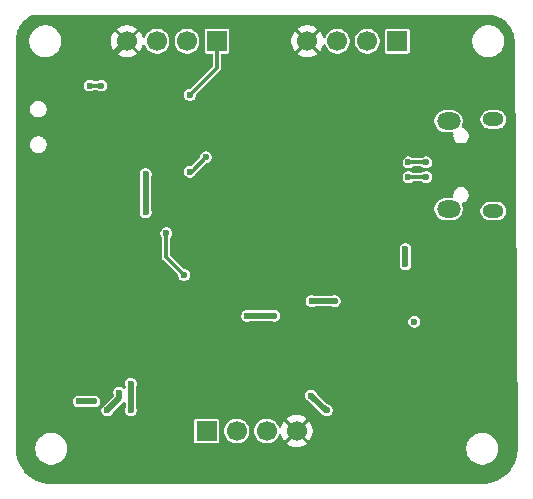
<source format=gbr>
%TF.GenerationSoftware,KiCad,Pcbnew,9.0.6*%
%TF.CreationDate,2026-02-08T19:37:56+05:30*%
%TF.ProjectId,stm32,73746d33-322e-46b6-9963-61645f706362,rev?*%
%TF.SameCoordinates,Original*%
%TF.FileFunction,Copper,L2,Bot*%
%TF.FilePolarity,Positive*%
%FSLAX46Y46*%
G04 Gerber Fmt 4.6, Leading zero omitted, Abs format (unit mm)*
G04 Created by KiCad (PCBNEW 9.0.6) date 2026-02-08 19:37:56*
%MOMM*%
%LPD*%
G01*
G04 APERTURE LIST*
%TA.AperFunction,HeatsinkPad*%
%ADD10O,1.800000X1.150000*%
%TD*%
%TA.AperFunction,HeatsinkPad*%
%ADD11O,2.000000X1.450000*%
%TD*%
%TA.AperFunction,ComponentPad*%
%ADD12R,1.700000X1.700000*%
%TD*%
%TA.AperFunction,ComponentPad*%
%ADD13C,1.700000*%
%TD*%
%TA.AperFunction,ViaPad*%
%ADD14C,0.600000*%
%TD*%
%TA.AperFunction,Conductor*%
%ADD15C,0.300000*%
%TD*%
%TA.AperFunction,Conductor*%
%ADD16C,0.500000*%
%TD*%
G04 APERTURE END LIST*
D10*
%TO.P,J4,6,Shield*%
%TO.N,unconnected-(J4-Shield-Pad6)_1*%
X132450000Y-73875000D03*
D11*
%TO.N,unconnected-(J4-Shield-Pad6)_2*%
X128650000Y-73725000D03*
%TO.N,unconnected-(J4-Shield-Pad6)_3*%
X128650000Y-66275000D03*
D10*
%TO.N,unconnected-(J4-Shield-Pad6)*%
X132450000Y-66125000D03*
%TD*%
D12*
%TO.P,J3,1,Pin_1*%
%TO.N,+3.3V*%
X124310000Y-59500000D03*
D13*
%TO.P,J3,2,Pin_2*%
%TO.N,/SWDIO*%
X121770000Y-59500000D03*
%TO.P,J3,3,Pin_3*%
%TO.N,/SWCLK*%
X119230000Y-59500000D03*
%TO.P,J3,4,Pin_4*%
%TO.N,GND*%
X116690000Y-59500000D03*
%TD*%
D12*
%TO.P,J1,1,Pin_1*%
%TO.N,+3.3V*%
X108170000Y-92500000D03*
D13*
%TO.P,J1,2,Pin_2*%
%TO.N,/I2C2_SCL*%
X110710000Y-92500000D03*
%TO.P,J1,3,Pin_3*%
%TO.N,/I2C2_SDA*%
X113250000Y-92500000D03*
%TO.P,J1,4,Pin_4*%
%TO.N,GND*%
X115790000Y-92500000D03*
%TD*%
D12*
%TO.P,J2,1,Pin_1*%
%TO.N,+3.3V*%
X109040000Y-59500000D03*
D13*
%TO.P,J2,2,Pin_2*%
%TO.N,/USART1_TX*%
X106500000Y-59500000D03*
%TO.P,J2,3,Pin_3*%
%TO.N,/USART1_RX*%
X103960000Y-59500000D03*
%TO.P,J2,4,Pin_4*%
%TO.N,GND*%
X101420000Y-59500000D03*
%TD*%
D14*
%TO.N,GND*%
X105000000Y-73900000D03*
X94500000Y-66500000D03*
X119750000Y-84000000D03*
X112750000Y-76250000D03*
X113900000Y-80250000D03*
X104000000Y-74000000D03*
X104250000Y-82062500D03*
X118250000Y-71500000D03*
X101500000Y-75500000D03*
X96000000Y-63500000D03*
X109000000Y-80250000D03*
X112400000Y-62500000D03*
X128750000Y-68000000D03*
X109850000Y-64750000D03*
X103750000Y-90750000D03*
X102250000Y-74750000D03*
X121750000Y-78750000D03*
X96730000Y-68250001D03*
X101500000Y-71000000D03*
X104250000Y-89250000D03*
X104250000Y-83562500D03*
X105000000Y-72100000D03*
X99500000Y-70750000D03*
X124000000Y-78750000D03*
X117626890Y-72707650D03*
%TO.N,+3.3V*%
X108100000Y-69337500D03*
X98651000Y-90000000D03*
X111600000Y-82750000D03*
X113900000Y-82750000D03*
X106750000Y-70539000D03*
X125000000Y-77100000D03*
X117000000Y-89500000D03*
X106750000Y-64049997D03*
X125750000Y-83250000D03*
X117049000Y-81500000D03*
X118350000Y-90750000D03*
X125000000Y-78400000D03*
X97351000Y-90000000D03*
X119000000Y-81500000D03*
%TO.N,+3.3VA*%
X104750000Y-75750000D03*
X106250000Y-79287500D03*
%TO.N,Net-(U2-CANH)*%
X101750000Y-88500000D03*
X101750000Y-90750000D03*
%TO.N,Net-(U2-CANL)*%
X100750000Y-89250000D03*
X99750000Y-90750000D03*
%TO.N,/USB_D-*%
X126750000Y-71000000D03*
X125250000Y-71000000D03*
%TO.N,/USB_D+*%
X125250000Y-69750000D03*
X126750000Y-69750000D03*
%TO.N,Net-(U3-BOOT0)*%
X99250000Y-63250000D03*
X98250000Y-63250000D03*
%TO.N,/CAN_TX*%
X103000000Y-74000000D03*
X103000000Y-70750000D03*
%TD*%
D15*
%TO.N,GND*%
X116500000Y-77750000D02*
X114250000Y-77750000D01*
D16*
X95000000Y-67985083D02*
X94500000Y-67485083D01*
D15*
X114000000Y-77000000D02*
X113500000Y-77000000D01*
X104250000Y-90250000D02*
X103750000Y-90750000D01*
D16*
X102250000Y-74750000D02*
X103500000Y-74750000D01*
D15*
X117500000Y-78750000D02*
X116500000Y-77750000D01*
D16*
X105000000Y-72100000D02*
X105000000Y-73900000D01*
X99000000Y-60500000D02*
X100420000Y-60500000D01*
D15*
X104250000Y-89250000D02*
X104250000Y-90250000D01*
X110000000Y-81250000D02*
X111000000Y-80250000D01*
X114250000Y-77750000D02*
X114000000Y-77500000D01*
D16*
X100420000Y-60500000D02*
X101420000Y-59500000D01*
D15*
X117626890Y-72707650D02*
X116500000Y-73834540D01*
X121750000Y-78750000D02*
X117500000Y-78750000D01*
X128750000Y-68000000D02*
X121750000Y-68000000D01*
X109850000Y-64750000D02*
X112100000Y-62500000D01*
X113500000Y-77000000D02*
X112750000Y-76250000D01*
X104250000Y-82062500D02*
X104250000Y-83562500D01*
D16*
X104000000Y-74250000D02*
X104000000Y-74000000D01*
D15*
X116500000Y-73834540D02*
X116500000Y-77750000D01*
D16*
X96000000Y-63500000D02*
X99000000Y-60500000D01*
X96730000Y-68250001D02*
X95000000Y-68250000D01*
X103500000Y-74750000D02*
X104000000Y-74250000D01*
D15*
X114000000Y-77500000D02*
X114000000Y-77000000D01*
D16*
X94500000Y-67485083D02*
X94500000Y-66500000D01*
D15*
X111000000Y-80250000D02*
X113900000Y-80250000D01*
X121750000Y-68000000D02*
X118250000Y-71500000D01*
D16*
X95000000Y-68250000D02*
X95000000Y-67985083D01*
D15*
X112100000Y-62500000D02*
X112400000Y-62500000D01*
D16*
%TO.N,+3.3V*%
X98651000Y-90000000D02*
X97351000Y-90000000D01*
D15*
X106750000Y-64049997D02*
X109040000Y-61759997D01*
D16*
X113900000Y-82750000D02*
X111600000Y-82750000D01*
D15*
X109040000Y-61759997D02*
X109040000Y-59500000D01*
D16*
X125000000Y-78400000D02*
X125000000Y-77100000D01*
X118350000Y-90750000D02*
X118250000Y-90750000D01*
D15*
X106898500Y-70539000D02*
X106750000Y-70539000D01*
D16*
X117049000Y-81500000D02*
X119000000Y-81500000D01*
X118250000Y-90750000D02*
X117000000Y-89500000D01*
D15*
X108100000Y-69337500D02*
X106898500Y-70539000D01*
%TO.N,+3.3VA*%
X104750000Y-75750000D02*
X104750000Y-77787500D01*
X104750000Y-77787500D02*
X106250000Y-79287500D01*
D16*
%TO.N,Net-(U2-CANH)*%
X101750000Y-88500000D02*
X101750000Y-90750000D01*
%TO.N,Net-(U2-CANL)*%
X100750000Y-89750000D02*
X99750000Y-90750000D01*
X100750000Y-89250000D02*
X100750000Y-89750000D01*
D15*
%TO.N,/USB_D-*%
X125250000Y-71000000D02*
X126750000Y-71000000D01*
%TO.N,/USB_D+*%
X125250000Y-69750000D02*
X126750000Y-69750000D01*
%TO.N,Net-(U3-BOOT0)*%
X98250000Y-63250000D02*
X99250000Y-63250000D01*
D16*
%TO.N,/CAN_TX*%
X103000000Y-74000000D02*
X103000000Y-70750000D01*
%TD*%
%TA.AperFunction,Conductor*%
%TO.N,GND*%
G36*
X132088956Y-57260985D02*
G01*
X132350958Y-57286874D01*
X132366167Y-57289340D01*
X132622923Y-57347546D01*
X132637719Y-57351883D01*
X132885254Y-57441500D01*
X132899394Y-57447638D01*
X133038235Y-57518479D01*
X133133896Y-57567288D01*
X133147169Y-57575136D01*
X133365015Y-57722971D01*
X133377211Y-57732407D01*
X133575010Y-57906125D01*
X133585941Y-57917001D01*
X133760655Y-58113931D01*
X133770152Y-58126080D01*
X133919075Y-58343174D01*
X133926988Y-58356403D01*
X134038241Y-58571770D01*
X134047818Y-58590309D01*
X134054023Y-58604407D01*
X134144889Y-58851503D01*
X134149300Y-58866278D01*
X134208792Y-59122729D01*
X134211336Y-59137939D01*
X134238537Y-59399787D01*
X134239174Y-59415194D01*
X134234467Y-59640083D01*
X134232042Y-59657624D01*
X134232275Y-59657653D01*
X134231277Y-59665717D01*
X134231569Y-59703176D01*
X134231145Y-59714435D01*
X134228033Y-59751784D01*
X134228034Y-59751792D01*
X134230241Y-59764017D01*
X134232209Y-59785077D01*
X134499456Y-93996518D01*
X134499290Y-94003977D01*
X134483407Y-94307046D01*
X134482050Y-94319953D01*
X134434971Y-94617205D01*
X134432273Y-94629902D01*
X134354374Y-94920623D01*
X134350363Y-94932966D01*
X134242510Y-95213935D01*
X134237231Y-95225793D01*
X134100591Y-95493963D01*
X134094101Y-95505203D01*
X133930187Y-95757608D01*
X133922558Y-95768109D01*
X133733149Y-96002010D01*
X133724464Y-96011655D01*
X133511655Y-96224464D01*
X133502010Y-96233149D01*
X133268109Y-96422558D01*
X133257608Y-96430187D01*
X133005203Y-96594101D01*
X132993963Y-96600591D01*
X132725793Y-96737231D01*
X132713935Y-96742510D01*
X132432966Y-96850363D01*
X132420623Y-96854374D01*
X132129902Y-96932273D01*
X132117205Y-96934971D01*
X131819953Y-96982050D01*
X131807046Y-96983407D01*
X131503244Y-96999330D01*
X131496754Y-96999500D01*
X94934106Y-96999500D01*
X94933249Y-96999612D01*
X94933064Y-96999718D01*
X94931200Y-96999882D01*
X94926054Y-97000560D01*
X94926024Y-97000339D01*
X94897906Y-97002822D01*
X94678102Y-96990779D01*
X94664615Y-96989297D01*
X94353268Y-96937706D01*
X94340024Y-96934759D01*
X94036175Y-96849460D01*
X94023335Y-96845085D01*
X93730622Y-96727097D01*
X93718344Y-96721348D01*
X93440285Y-96572094D01*
X93428699Y-96565033D01*
X93168604Y-96386288D01*
X93157859Y-96378003D01*
X92918847Y-96171908D01*
X92909082Y-96162508D01*
X92694019Y-95931536D01*
X92685330Y-95921115D01*
X92496793Y-95668034D01*
X92489295Y-95656726D01*
X92329535Y-95384557D01*
X92323317Y-95372498D01*
X92254977Y-95220007D01*
X92194251Y-95084506D01*
X92189389Y-95071843D01*
X92175935Y-95030109D01*
X92092554Y-94771460D01*
X92089111Y-94758367D01*
X92025674Y-94449196D01*
X92023681Y-94435795D01*
X91994403Y-94121550D01*
X91993886Y-94108011D01*
X91997437Y-93893713D01*
X93649500Y-93893713D01*
X93649500Y-94106286D01*
X93682324Y-94313533D01*
X93682754Y-94316243D01*
X93725956Y-94449205D01*
X93748444Y-94518414D01*
X93844951Y-94707820D01*
X93969890Y-94879786D01*
X94120213Y-95030109D01*
X94292179Y-95155048D01*
X94292181Y-95155049D01*
X94292184Y-95155051D01*
X94481588Y-95251557D01*
X94683757Y-95317246D01*
X94893713Y-95350500D01*
X94893714Y-95350500D01*
X95106286Y-95350500D01*
X95106287Y-95350500D01*
X95316243Y-95317246D01*
X95518412Y-95251557D01*
X95707816Y-95155051D01*
X95729789Y-95139086D01*
X95879786Y-95030109D01*
X95879788Y-95030106D01*
X95879792Y-95030104D01*
X96030104Y-94879792D01*
X96030106Y-94879788D01*
X96030109Y-94879786D01*
X96155048Y-94707820D01*
X96155047Y-94707820D01*
X96155051Y-94707816D01*
X96251557Y-94518412D01*
X96317246Y-94316243D01*
X96350500Y-94106287D01*
X96350500Y-93893713D01*
X130149500Y-93893713D01*
X130149500Y-94106286D01*
X130182324Y-94313533D01*
X130182754Y-94316243D01*
X130225956Y-94449205D01*
X130248444Y-94518414D01*
X130344951Y-94707820D01*
X130469890Y-94879786D01*
X130620213Y-95030109D01*
X130792179Y-95155048D01*
X130792181Y-95155049D01*
X130792184Y-95155051D01*
X130981588Y-95251557D01*
X131183757Y-95317246D01*
X131393713Y-95350500D01*
X131393714Y-95350500D01*
X131606286Y-95350500D01*
X131606287Y-95350500D01*
X131816243Y-95317246D01*
X132018412Y-95251557D01*
X132207816Y-95155051D01*
X132229789Y-95139086D01*
X132379786Y-95030109D01*
X132379788Y-95030106D01*
X132379792Y-95030104D01*
X132530104Y-94879792D01*
X132530106Y-94879788D01*
X132530109Y-94879786D01*
X132655048Y-94707820D01*
X132655047Y-94707820D01*
X132655051Y-94707816D01*
X132751557Y-94518412D01*
X132817246Y-94316243D01*
X132850500Y-94106287D01*
X132850500Y-93893713D01*
X132817246Y-93683757D01*
X132751557Y-93481588D01*
X132655051Y-93292184D01*
X132655049Y-93292181D01*
X132655048Y-93292179D01*
X132530109Y-93120213D01*
X132379786Y-92969890D01*
X132207820Y-92844951D01*
X132018414Y-92748444D01*
X132018413Y-92748443D01*
X132018412Y-92748443D01*
X131816243Y-92682754D01*
X131816241Y-92682753D01*
X131816240Y-92682753D01*
X131654957Y-92657208D01*
X131606287Y-92649500D01*
X131393713Y-92649500D01*
X131345042Y-92657208D01*
X131183760Y-92682753D01*
X130981585Y-92748444D01*
X130792179Y-92844951D01*
X130620213Y-92969890D01*
X130469890Y-93120213D01*
X130344951Y-93292179D01*
X130248444Y-93481585D01*
X130182753Y-93683760D01*
X130149500Y-93893713D01*
X96350500Y-93893713D01*
X96317246Y-93683757D01*
X96251557Y-93481588D01*
X96155051Y-93292184D01*
X96155049Y-93292181D01*
X96155048Y-93292179D01*
X96030109Y-93120213D01*
X95879786Y-92969890D01*
X95707820Y-92844951D01*
X95518414Y-92748444D01*
X95518413Y-92748443D01*
X95518412Y-92748443D01*
X95316243Y-92682754D01*
X95316241Y-92682753D01*
X95316240Y-92682753D01*
X95154957Y-92657208D01*
X95106287Y-92649500D01*
X94893713Y-92649500D01*
X94845042Y-92657208D01*
X94683760Y-92682753D01*
X94481585Y-92748444D01*
X94292179Y-92844951D01*
X94120213Y-92969890D01*
X93969890Y-93120213D01*
X93844951Y-93292179D01*
X93748444Y-93481585D01*
X93682753Y-93683760D01*
X93649500Y-93893713D01*
X91997437Y-93893713D01*
X91998356Y-93838217D01*
X92000383Y-93824075D01*
X91999439Y-93823951D01*
X92000500Y-93815892D01*
X92000500Y-93772278D01*
X92000815Y-93763443D01*
X92001697Y-93751095D01*
X92003923Y-93719935D01*
X92002743Y-93713815D01*
X92000500Y-93690337D01*
X92000500Y-91630247D01*
X107119500Y-91630247D01*
X107119500Y-93369752D01*
X107131131Y-93428229D01*
X107131132Y-93428230D01*
X107175447Y-93494552D01*
X107241769Y-93538867D01*
X107241770Y-93538868D01*
X107300247Y-93550499D01*
X107300250Y-93550500D01*
X107300252Y-93550500D01*
X109039750Y-93550500D01*
X109039751Y-93550499D01*
X109054568Y-93547552D01*
X109098229Y-93538868D01*
X109098229Y-93538867D01*
X109098231Y-93538867D01*
X109164552Y-93494552D01*
X109208867Y-93428231D01*
X109208867Y-93428229D01*
X109208868Y-93428229D01*
X109220499Y-93369752D01*
X109220500Y-93369750D01*
X109220500Y-92396530D01*
X109659500Y-92396530D01*
X109659500Y-92603469D01*
X109699868Y-92806412D01*
X109699870Y-92806420D01*
X109765939Y-92965925D01*
X109779059Y-92997598D01*
X109792836Y-93018217D01*
X109894024Y-93169657D01*
X110040342Y-93315975D01*
X110040345Y-93315977D01*
X110212402Y-93430941D01*
X110403580Y-93510130D01*
X110548052Y-93538867D01*
X110606530Y-93550499D01*
X110606534Y-93550500D01*
X110606535Y-93550500D01*
X110813466Y-93550500D01*
X110813467Y-93550499D01*
X111016420Y-93510130D01*
X111207598Y-93430941D01*
X111379655Y-93315977D01*
X111525977Y-93169655D01*
X111640941Y-92997598D01*
X111720130Y-92806420D01*
X111760500Y-92603465D01*
X111760500Y-92396535D01*
X111760499Y-92396530D01*
X112199500Y-92396530D01*
X112199500Y-92603469D01*
X112239868Y-92806412D01*
X112239870Y-92806420D01*
X112305939Y-92965925D01*
X112319059Y-92997598D01*
X112332836Y-93018217D01*
X112434024Y-93169657D01*
X112580342Y-93315975D01*
X112580345Y-93315977D01*
X112752402Y-93430941D01*
X112943580Y-93510130D01*
X113088052Y-93538867D01*
X113146530Y-93550499D01*
X113146534Y-93550500D01*
X113146535Y-93550500D01*
X113353466Y-93550500D01*
X113353467Y-93550499D01*
X113556420Y-93510130D01*
X113747598Y-93430941D01*
X113839175Y-93369752D01*
X113847738Y-93364029D01*
X113919655Y-93315977D01*
X114065977Y-93169655D01*
X114180941Y-92997598D01*
X114249165Y-92832889D01*
X114293004Y-92778488D01*
X114359298Y-92756423D01*
X114426998Y-92773702D01*
X114474609Y-92824839D01*
X114481656Y-92842026D01*
X114538904Y-93018216D01*
X114635377Y-93207554D01*
X114734240Y-93343626D01*
X114734241Y-93343627D01*
X115346329Y-92731538D01*
X115389901Y-92807007D01*
X115482993Y-92900099D01*
X115558460Y-92943670D01*
X114946371Y-93555758D01*
X115082445Y-93654622D01*
X115271782Y-93751095D01*
X115473870Y-93816757D01*
X115683754Y-93850000D01*
X115896246Y-93850000D01*
X116106127Y-93816757D01*
X116106130Y-93816757D01*
X116247234Y-93770910D01*
X116308217Y-93751095D01*
X116497546Y-93654626D01*
X116497552Y-93654622D01*
X116633626Y-93555758D01*
X116633627Y-93555758D01*
X116021538Y-92943670D01*
X116097007Y-92900099D01*
X116190099Y-92807007D01*
X116233670Y-92731539D01*
X116845758Y-93343627D01*
X116845758Y-93343626D01*
X116944622Y-93207552D01*
X116944626Y-93207546D01*
X117041095Y-93018217D01*
X117106757Y-92816130D01*
X117106757Y-92816127D01*
X117140000Y-92606246D01*
X117140000Y-92393753D01*
X117106757Y-92183872D01*
X117106757Y-92183869D01*
X117041095Y-91981782D01*
X116944622Y-91792445D01*
X116845758Y-91656372D01*
X116845758Y-91656371D01*
X116233670Y-92268460D01*
X116190099Y-92192993D01*
X116097007Y-92099901D01*
X116021539Y-92056329D01*
X116633627Y-91444241D01*
X116633626Y-91444240D01*
X116497554Y-91345377D01*
X116308217Y-91248904D01*
X116106129Y-91183242D01*
X115896246Y-91150000D01*
X115683754Y-91150000D01*
X115473872Y-91183242D01*
X115473869Y-91183242D01*
X115271782Y-91248904D01*
X115082442Y-91345379D01*
X114946372Y-91444239D01*
X114946371Y-91444240D01*
X115558461Y-92056329D01*
X115482993Y-92099901D01*
X115389901Y-92192993D01*
X115346329Y-92268460D01*
X114734240Y-91656371D01*
X114734239Y-91656372D01*
X114635379Y-91792442D01*
X114538905Y-91981781D01*
X114481656Y-92157974D01*
X114442218Y-92215649D01*
X114377859Y-92242847D01*
X114309013Y-92230932D01*
X114257537Y-92183688D01*
X114249164Y-92167107D01*
X114180943Y-92002405D01*
X114065975Y-91830342D01*
X113919657Y-91684024D01*
X113839173Y-91630247D01*
X113781045Y-91591408D01*
X113747597Y-91569058D01*
X113556420Y-91489870D01*
X113556412Y-91489868D01*
X113353469Y-91449500D01*
X113353465Y-91449500D01*
X113146535Y-91449500D01*
X113146530Y-91449500D01*
X112943587Y-91489868D01*
X112943579Y-91489870D01*
X112752403Y-91569058D01*
X112580342Y-91684024D01*
X112434024Y-91830342D01*
X112319058Y-92002403D01*
X112239870Y-92193579D01*
X112239868Y-92193587D01*
X112199500Y-92396530D01*
X111760499Y-92396530D01*
X111720130Y-92193580D01*
X111640941Y-92002402D01*
X111525977Y-91830345D01*
X111525975Y-91830342D01*
X111379657Y-91684024D01*
X111293626Y-91626541D01*
X111207598Y-91569059D01*
X111016420Y-91489870D01*
X111016412Y-91489868D01*
X110813469Y-91449500D01*
X110813465Y-91449500D01*
X110606535Y-91449500D01*
X110606530Y-91449500D01*
X110403587Y-91489868D01*
X110403579Y-91489870D01*
X110212403Y-91569058D01*
X110040342Y-91684024D01*
X109894024Y-91830342D01*
X109779058Y-92002403D01*
X109699870Y-92193579D01*
X109699868Y-92193587D01*
X109659500Y-92396530D01*
X109220500Y-92396530D01*
X109220500Y-91630249D01*
X109220499Y-91630247D01*
X109208868Y-91571770D01*
X109208867Y-91571769D01*
X109164552Y-91505447D01*
X109098230Y-91461132D01*
X109098229Y-91461131D01*
X109039752Y-91449500D01*
X109039748Y-91449500D01*
X107300252Y-91449500D01*
X107300247Y-91449500D01*
X107241770Y-91461131D01*
X107241769Y-91461132D01*
X107175447Y-91505447D01*
X107131132Y-91571769D01*
X107131131Y-91571770D01*
X107119500Y-91630247D01*
X92000500Y-91630247D01*
X92000500Y-90684108D01*
X99249500Y-90684108D01*
X99249500Y-90815891D01*
X99283608Y-90943187D01*
X99316554Y-91000250D01*
X99349500Y-91057314D01*
X99442686Y-91150500D01*
X99556814Y-91216392D01*
X99684108Y-91250500D01*
X99684110Y-91250500D01*
X99815890Y-91250500D01*
X99815892Y-91250500D01*
X99943186Y-91216392D01*
X100057314Y-91150500D01*
X100150500Y-91057314D01*
X100216392Y-90943186D01*
X100216393Y-90943180D01*
X100219504Y-90935674D01*
X100220842Y-90936228D01*
X100248111Y-90888990D01*
X101087821Y-90049281D01*
X101149142Y-90015798D01*
X101218834Y-90020782D01*
X101274767Y-90062654D01*
X101299184Y-90128118D01*
X101299500Y-90136964D01*
X101299500Y-90496062D01*
X101285383Y-90548751D01*
X101286719Y-90549304D01*
X101283608Y-90556814D01*
X101249500Y-90684108D01*
X101249500Y-90815891D01*
X101283608Y-90943187D01*
X101316554Y-91000250D01*
X101349500Y-91057314D01*
X101442686Y-91150500D01*
X101556814Y-91216392D01*
X101684108Y-91250500D01*
X101684110Y-91250500D01*
X101815890Y-91250500D01*
X101815892Y-91250500D01*
X101943186Y-91216392D01*
X102057314Y-91150500D01*
X102150500Y-91057314D01*
X102216392Y-90943186D01*
X102250500Y-90815892D01*
X102250500Y-90684108D01*
X102216392Y-90556814D01*
X102216388Y-90556807D01*
X102213281Y-90549304D01*
X102214616Y-90548751D01*
X102200500Y-90496062D01*
X102200500Y-89434108D01*
X116499500Y-89434108D01*
X116499500Y-89565891D01*
X116533608Y-89693187D01*
X116566554Y-89750250D01*
X116599500Y-89807314D01*
X116692686Y-89900500D01*
X116806814Y-89966392D01*
X116806816Y-89966392D01*
X116814326Y-89969504D01*
X116813771Y-89970841D01*
X116861010Y-89998113D01*
X117973386Y-91110489D01*
X118025414Y-91140527D01*
X118035644Y-91146434D01*
X118035647Y-91146436D01*
X118035648Y-91146436D01*
X118042685Y-91150499D01*
X118042686Y-91150500D01*
X118156814Y-91216392D01*
X118284108Y-91250500D01*
X118284110Y-91250500D01*
X118415890Y-91250500D01*
X118415892Y-91250500D01*
X118543186Y-91216392D01*
X118657314Y-91150500D01*
X118750500Y-91057314D01*
X118816392Y-90943186D01*
X118850500Y-90815892D01*
X118850500Y-90684108D01*
X118816392Y-90556814D01*
X118750500Y-90442686D01*
X118657314Y-90349500D01*
X118600250Y-90316554D01*
X118543187Y-90283608D01*
X118487399Y-90268660D01*
X118415892Y-90249500D01*
X118415891Y-90249500D01*
X118408042Y-90247397D01*
X118408910Y-90244156D01*
X118358961Y-90221400D01*
X118352398Y-90215295D01*
X117498113Y-89361010D01*
X117470841Y-89313771D01*
X117469504Y-89314326D01*
X117466392Y-89306815D01*
X117466392Y-89306814D01*
X117400500Y-89192686D01*
X117307314Y-89099500D01*
X117233380Y-89056814D01*
X117193187Y-89033608D01*
X117129539Y-89016554D01*
X117065892Y-88999500D01*
X116934108Y-88999500D01*
X116806812Y-89033608D01*
X116692686Y-89099500D01*
X116692683Y-89099502D01*
X116599502Y-89192683D01*
X116599500Y-89192686D01*
X116533608Y-89306812D01*
X116499500Y-89434108D01*
X102200500Y-89434108D01*
X102200500Y-88753936D01*
X102214618Y-88701246D01*
X102213282Y-88700693D01*
X102216388Y-88693192D01*
X102216392Y-88693186D01*
X102250500Y-88565892D01*
X102250500Y-88434108D01*
X102216392Y-88306814D01*
X102150500Y-88192686D01*
X102057314Y-88099500D01*
X102000250Y-88066554D01*
X101943187Y-88033608D01*
X101879539Y-88016554D01*
X101815892Y-87999500D01*
X101684108Y-87999500D01*
X101556812Y-88033608D01*
X101442686Y-88099500D01*
X101442683Y-88099502D01*
X101349502Y-88192683D01*
X101349500Y-88192686D01*
X101283608Y-88306812D01*
X101249500Y-88434108D01*
X101249500Y-88565891D01*
X101283608Y-88693186D01*
X101286718Y-88700693D01*
X101285381Y-88701246D01*
X101287035Y-88707422D01*
X101294477Y-88719001D01*
X101299500Y-88753936D01*
X101299500Y-88792324D01*
X101279815Y-88859363D01*
X101227011Y-88905118D01*
X101157853Y-88915062D01*
X101094297Y-88886037D01*
X101087819Y-88880005D01*
X101057316Y-88849502D01*
X101057314Y-88849500D01*
X100958283Y-88792324D01*
X100943187Y-88783608D01*
X100879539Y-88766554D01*
X100815892Y-88749500D01*
X100684108Y-88749500D01*
X100556812Y-88783608D01*
X100442686Y-88849500D01*
X100442683Y-88849502D01*
X100349502Y-88942683D01*
X100349500Y-88942686D01*
X100283608Y-89056812D01*
X100249500Y-89184108D01*
X100249500Y-89315891D01*
X100283608Y-89443186D01*
X100286718Y-89450693D01*
X100285381Y-89451246D01*
X100287035Y-89457422D01*
X100294477Y-89469001D01*
X100299500Y-89503936D01*
X100299500Y-89512034D01*
X100279815Y-89579073D01*
X100263181Y-89599715D01*
X99611009Y-90251886D01*
X99563775Y-90279161D01*
X99564328Y-90280495D01*
X99556816Y-90283606D01*
X99442689Y-90349498D01*
X99442683Y-90349502D01*
X99349502Y-90442683D01*
X99349500Y-90442686D01*
X99283608Y-90556812D01*
X99249500Y-90684108D01*
X92000500Y-90684108D01*
X92000500Y-89934108D01*
X96850500Y-89934108D01*
X96850500Y-90065891D01*
X96884608Y-90193187D01*
X96900897Y-90221400D01*
X96950500Y-90307314D01*
X97043686Y-90400500D01*
X97142521Y-90457563D01*
X97152425Y-90463281D01*
X97157814Y-90466392D01*
X97285108Y-90500500D01*
X97285110Y-90500500D01*
X97416890Y-90500500D01*
X97416892Y-90500500D01*
X97544186Y-90466392D01*
X97544194Y-90466387D01*
X97551696Y-90463281D01*
X97552249Y-90464618D01*
X97604937Y-90450500D01*
X98397063Y-90450500D01*
X98449750Y-90464618D01*
X98450304Y-90463281D01*
X98457807Y-90466388D01*
X98457814Y-90466392D01*
X98585108Y-90500500D01*
X98585110Y-90500500D01*
X98716890Y-90500500D01*
X98716892Y-90500500D01*
X98844186Y-90466392D01*
X98958314Y-90400500D01*
X99051500Y-90307314D01*
X99117392Y-90193186D01*
X99151500Y-90065892D01*
X99151500Y-89934108D01*
X99117392Y-89806814D01*
X99051500Y-89692686D01*
X98958314Y-89599500D01*
X98871712Y-89549500D01*
X98844187Y-89533608D01*
X98763670Y-89512034D01*
X98716892Y-89499500D01*
X98585108Y-89499500D01*
X98457814Y-89533608D01*
X98450304Y-89536719D01*
X98449750Y-89535381D01*
X98397063Y-89549500D01*
X97604937Y-89549500D01*
X97552249Y-89535381D01*
X97551696Y-89536719D01*
X97544188Y-89533609D01*
X97544186Y-89533608D01*
X97416892Y-89499500D01*
X97285108Y-89499500D01*
X97157812Y-89533608D01*
X97043686Y-89599500D01*
X97043683Y-89599502D01*
X96950502Y-89692683D01*
X96950500Y-89692686D01*
X96884608Y-89806812D01*
X96850500Y-89934108D01*
X92000500Y-89934108D01*
X92000500Y-82684108D01*
X111099500Y-82684108D01*
X111099500Y-82815891D01*
X111133608Y-82943187D01*
X111166554Y-83000250D01*
X111199500Y-83057314D01*
X111292686Y-83150500D01*
X111391521Y-83207563D01*
X111401425Y-83213281D01*
X111406814Y-83216392D01*
X111534108Y-83250500D01*
X111534110Y-83250500D01*
X111665890Y-83250500D01*
X111665892Y-83250500D01*
X111793186Y-83216392D01*
X111793194Y-83216387D01*
X111800696Y-83213281D01*
X111801249Y-83214618D01*
X111853937Y-83200500D01*
X113646063Y-83200500D01*
X113698750Y-83214618D01*
X113699304Y-83213281D01*
X113706807Y-83216388D01*
X113706814Y-83216392D01*
X113834108Y-83250500D01*
X113834110Y-83250500D01*
X113965890Y-83250500D01*
X113965892Y-83250500D01*
X114093186Y-83216392D01*
X114149103Y-83184108D01*
X125249500Y-83184108D01*
X125249500Y-83315891D01*
X125283608Y-83443187D01*
X125316554Y-83500250D01*
X125349500Y-83557314D01*
X125442686Y-83650500D01*
X125556814Y-83716392D01*
X125684108Y-83750500D01*
X125684110Y-83750500D01*
X125815890Y-83750500D01*
X125815892Y-83750500D01*
X125943186Y-83716392D01*
X126057314Y-83650500D01*
X126150500Y-83557314D01*
X126216392Y-83443186D01*
X126250500Y-83315892D01*
X126250500Y-83184108D01*
X126216392Y-83056814D01*
X126150500Y-82942686D01*
X126057314Y-82849500D01*
X125999100Y-82815890D01*
X125943187Y-82783608D01*
X125879539Y-82766554D01*
X125815892Y-82749500D01*
X125684108Y-82749500D01*
X125556812Y-82783608D01*
X125442686Y-82849500D01*
X125442683Y-82849502D01*
X125349502Y-82942683D01*
X125349500Y-82942686D01*
X125283608Y-83056812D01*
X125249500Y-83184108D01*
X114149103Y-83184108D01*
X114207314Y-83150500D01*
X114300500Y-83057314D01*
X114366392Y-82943186D01*
X114400500Y-82815892D01*
X114400500Y-82684108D01*
X114366392Y-82556814D01*
X114300500Y-82442686D01*
X114207314Y-82349500D01*
X114120712Y-82299500D01*
X114093187Y-82283608D01*
X114029539Y-82266554D01*
X113965892Y-82249500D01*
X113834108Y-82249500D01*
X113706814Y-82283608D01*
X113699304Y-82286719D01*
X113698750Y-82285381D01*
X113646063Y-82299500D01*
X111853937Y-82299500D01*
X111801249Y-82285381D01*
X111800696Y-82286719D01*
X111793188Y-82283609D01*
X111793186Y-82283608D01*
X111665892Y-82249500D01*
X111534108Y-82249500D01*
X111406812Y-82283608D01*
X111292686Y-82349500D01*
X111292683Y-82349502D01*
X111199502Y-82442683D01*
X111199500Y-82442686D01*
X111133608Y-82556812D01*
X111099500Y-82684108D01*
X92000500Y-82684108D01*
X92000500Y-81434108D01*
X116548500Y-81434108D01*
X116548500Y-81565891D01*
X116582608Y-81693187D01*
X116615554Y-81750250D01*
X116648500Y-81807314D01*
X116741686Y-81900500D01*
X116840521Y-81957563D01*
X116850425Y-81963281D01*
X116855814Y-81966392D01*
X116983108Y-82000500D01*
X116983110Y-82000500D01*
X117114890Y-82000500D01*
X117114892Y-82000500D01*
X117242186Y-81966392D01*
X117242194Y-81966387D01*
X117249696Y-81963281D01*
X117250249Y-81964618D01*
X117302937Y-81950500D01*
X118746063Y-81950500D01*
X118798750Y-81964618D01*
X118799304Y-81963281D01*
X118806807Y-81966388D01*
X118806814Y-81966392D01*
X118934108Y-82000500D01*
X118934110Y-82000500D01*
X119065890Y-82000500D01*
X119065892Y-82000500D01*
X119193186Y-81966392D01*
X119307314Y-81900500D01*
X119400500Y-81807314D01*
X119466392Y-81693186D01*
X119500500Y-81565892D01*
X119500500Y-81434108D01*
X119466392Y-81306814D01*
X119400500Y-81192686D01*
X119307314Y-81099500D01*
X119220712Y-81049500D01*
X119193187Y-81033608D01*
X119129539Y-81016554D01*
X119065892Y-80999500D01*
X118934108Y-80999500D01*
X118806814Y-81033608D01*
X118799304Y-81036719D01*
X118798750Y-81035381D01*
X118746063Y-81049500D01*
X117302937Y-81049500D01*
X117250249Y-81035381D01*
X117249696Y-81036719D01*
X117242188Y-81033609D01*
X117242186Y-81033608D01*
X117114892Y-80999500D01*
X116983108Y-80999500D01*
X116855812Y-81033608D01*
X116741686Y-81099500D01*
X116741683Y-81099502D01*
X116648502Y-81192683D01*
X116648500Y-81192686D01*
X116582608Y-81306812D01*
X116548500Y-81434108D01*
X92000500Y-81434108D01*
X92000500Y-75684108D01*
X104249500Y-75684108D01*
X104249500Y-75815891D01*
X104283608Y-75943187D01*
X104316554Y-76000250D01*
X104349500Y-76057314D01*
X104349502Y-76057316D01*
X104363181Y-76070995D01*
X104396666Y-76132318D01*
X104399500Y-76158676D01*
X104399500Y-77833645D01*
X104417145Y-77899498D01*
X104423385Y-77922785D01*
X104423387Y-77922790D01*
X104469527Y-78002708D01*
X104469531Y-78002713D01*
X105713181Y-79246362D01*
X105746666Y-79307685D01*
X105749500Y-79334043D01*
X105749500Y-79353391D01*
X105783608Y-79480687D01*
X105816554Y-79537750D01*
X105849500Y-79594814D01*
X105942686Y-79688000D01*
X106056814Y-79753892D01*
X106184108Y-79788000D01*
X106184110Y-79788000D01*
X106315890Y-79788000D01*
X106315892Y-79788000D01*
X106443186Y-79753892D01*
X106557314Y-79688000D01*
X106650500Y-79594814D01*
X106716392Y-79480686D01*
X106750500Y-79353392D01*
X106750500Y-79221608D01*
X106716392Y-79094314D01*
X106650500Y-78980186D01*
X106557314Y-78887000D01*
X106500250Y-78854054D01*
X106443187Y-78821108D01*
X106366264Y-78800497D01*
X106315892Y-78787000D01*
X106315891Y-78787000D01*
X106296543Y-78787000D01*
X106229504Y-78767315D01*
X106208862Y-78750681D01*
X105136819Y-77678637D01*
X105103334Y-77617314D01*
X105100500Y-77590956D01*
X105100500Y-77034108D01*
X124499500Y-77034108D01*
X124499500Y-77165891D01*
X124533608Y-77293186D01*
X124536718Y-77300693D01*
X124535381Y-77301246D01*
X124549500Y-77353936D01*
X124549500Y-78146062D01*
X124535383Y-78198751D01*
X124536719Y-78199304D01*
X124533608Y-78206814D01*
X124499500Y-78334108D01*
X124499500Y-78465891D01*
X124533608Y-78593187D01*
X124566554Y-78650250D01*
X124599500Y-78707314D01*
X124692686Y-78800500D01*
X124806814Y-78866392D01*
X124934108Y-78900500D01*
X124934110Y-78900500D01*
X125065890Y-78900500D01*
X125065892Y-78900500D01*
X125193186Y-78866392D01*
X125307314Y-78800500D01*
X125400500Y-78707314D01*
X125466392Y-78593186D01*
X125500500Y-78465892D01*
X125500500Y-78334108D01*
X125466392Y-78206814D01*
X125466388Y-78206807D01*
X125463281Y-78199304D01*
X125464616Y-78198751D01*
X125450500Y-78146062D01*
X125450500Y-77353936D01*
X125464618Y-77301246D01*
X125463282Y-77300693D01*
X125466388Y-77293192D01*
X125466392Y-77293186D01*
X125500500Y-77165892D01*
X125500500Y-77034108D01*
X125466392Y-76906814D01*
X125400500Y-76792686D01*
X125307314Y-76699500D01*
X125250250Y-76666554D01*
X125193187Y-76633608D01*
X125129539Y-76616554D01*
X125065892Y-76599500D01*
X124934108Y-76599500D01*
X124806812Y-76633608D01*
X124692686Y-76699500D01*
X124692683Y-76699502D01*
X124599502Y-76792683D01*
X124599500Y-76792686D01*
X124533608Y-76906812D01*
X124499500Y-77034108D01*
X105100500Y-77034108D01*
X105100500Y-76158676D01*
X105120185Y-76091637D01*
X105136819Y-76070995D01*
X105150500Y-76057314D01*
X105216392Y-75943186D01*
X105250500Y-75815892D01*
X105250500Y-75684108D01*
X105216392Y-75556814D01*
X105150500Y-75442686D01*
X105057314Y-75349500D01*
X105000250Y-75316554D01*
X104943187Y-75283608D01*
X104879539Y-75266554D01*
X104815892Y-75249500D01*
X104684108Y-75249500D01*
X104556812Y-75283608D01*
X104442686Y-75349500D01*
X104442683Y-75349502D01*
X104349502Y-75442683D01*
X104349500Y-75442686D01*
X104283608Y-75556812D01*
X104249500Y-75684108D01*
X92000500Y-75684108D01*
X92000500Y-70684108D01*
X102499500Y-70684108D01*
X102499500Y-70815892D01*
X102531176Y-70934108D01*
X102533608Y-70943186D01*
X102536718Y-70950693D01*
X102535381Y-70951246D01*
X102549500Y-71003936D01*
X102549500Y-73746062D01*
X102535383Y-73798751D01*
X102536719Y-73799304D01*
X102533608Y-73806814D01*
X102499500Y-73934108D01*
X102499500Y-74065891D01*
X102533608Y-74193187D01*
X102561984Y-74242334D01*
X102599500Y-74307314D01*
X102692686Y-74400500D01*
X102806814Y-74466392D01*
X102934108Y-74500500D01*
X102934110Y-74500500D01*
X103065890Y-74500500D01*
X103065892Y-74500500D01*
X103193186Y-74466392D01*
X103307314Y-74400500D01*
X103400500Y-74307314D01*
X103466392Y-74193186D01*
X103500500Y-74065892D01*
X103500500Y-73934108D01*
X103468895Y-73816156D01*
X127449499Y-73816156D01*
X127485065Y-73994952D01*
X127485068Y-73994962D01*
X127554831Y-74163387D01*
X127554833Y-74163391D01*
X127656113Y-74314967D01*
X127656119Y-74314975D01*
X127785024Y-74443880D01*
X127785032Y-74443886D01*
X127936608Y-74545166D01*
X127936612Y-74545168D01*
X128105037Y-74614931D01*
X128105042Y-74614933D01*
X128105046Y-74614933D01*
X128105047Y-74614934D01*
X128283843Y-74650500D01*
X128283846Y-74650500D01*
X129016156Y-74650500D01*
X129136445Y-74626572D01*
X129194958Y-74614933D01*
X129363389Y-74545167D01*
X129363391Y-74545166D01*
X129464859Y-74477367D01*
X129514972Y-74443883D01*
X129643883Y-74314972D01*
X129725257Y-74193187D01*
X129745166Y-74163391D01*
X129745168Y-74163387D01*
X129814931Y-73994962D01*
X129814933Y-73994958D01*
X129850500Y-73816154D01*
X129850500Y-73798615D01*
X131349500Y-73798615D01*
X131349500Y-73951384D01*
X131379300Y-74101197D01*
X131379302Y-74101205D01*
X131437759Y-74242334D01*
X131437764Y-74242343D01*
X131522629Y-74369351D01*
X131522632Y-74369355D01*
X131630644Y-74477367D01*
X131630648Y-74477370D01*
X131757656Y-74562235D01*
X131757662Y-74562238D01*
X131757663Y-74562239D01*
X131898795Y-74620698D01*
X132048615Y-74650499D01*
X132048619Y-74650500D01*
X132048620Y-74650500D01*
X132851381Y-74650500D01*
X132851382Y-74650499D01*
X133001205Y-74620698D01*
X133142337Y-74562239D01*
X133269352Y-74477370D01*
X133377370Y-74369352D01*
X133462239Y-74242337D01*
X133520698Y-74101205D01*
X133550500Y-73951380D01*
X133550500Y-73798620D01*
X133520698Y-73648795D01*
X133462239Y-73507663D01*
X133462238Y-73507662D01*
X133462235Y-73507656D01*
X133377370Y-73380648D01*
X133377367Y-73380644D01*
X133269355Y-73272632D01*
X133269351Y-73272629D01*
X133142343Y-73187764D01*
X133142334Y-73187759D01*
X133001205Y-73129302D01*
X133001197Y-73129300D01*
X132851384Y-73099500D01*
X132851380Y-73099500D01*
X132048620Y-73099500D01*
X132048615Y-73099500D01*
X131898802Y-73129300D01*
X131898794Y-73129302D01*
X131757665Y-73187759D01*
X131757656Y-73187764D01*
X131630648Y-73272629D01*
X131630644Y-73272632D01*
X131522632Y-73380644D01*
X131522629Y-73380648D01*
X131437764Y-73507656D01*
X131437759Y-73507665D01*
X131379302Y-73648794D01*
X131379300Y-73648802D01*
X131349500Y-73798615D01*
X129850500Y-73798615D01*
X129850500Y-73633846D01*
X129850500Y-73633843D01*
X129814934Y-73455047D01*
X129814933Y-73455046D01*
X129814933Y-73455042D01*
X129752338Y-73303925D01*
X129744870Y-73234457D01*
X129776145Y-73171978D01*
X129836234Y-73136326D01*
X129842677Y-73134863D01*
X129889744Y-73125501D01*
X130008127Y-73076465D01*
X130114669Y-73005276D01*
X130205276Y-72914669D01*
X130276465Y-72808127D01*
X130325501Y-72689744D01*
X130350500Y-72564069D01*
X130350500Y-72435931D01*
X130350500Y-72435928D01*
X130325502Y-72310261D01*
X130325501Y-72310260D01*
X130325501Y-72310256D01*
X130276465Y-72191873D01*
X130276464Y-72191872D01*
X130276461Y-72191866D01*
X130205276Y-72085331D01*
X130205273Y-72085327D01*
X130114672Y-71994726D01*
X130114668Y-71994723D01*
X130008133Y-71923538D01*
X130008124Y-71923533D01*
X129889744Y-71874499D01*
X129889738Y-71874497D01*
X129764071Y-71849500D01*
X129764069Y-71849500D01*
X129635931Y-71849500D01*
X129635929Y-71849500D01*
X129510261Y-71874497D01*
X129510255Y-71874499D01*
X129391875Y-71923533D01*
X129391866Y-71923538D01*
X129285331Y-71994723D01*
X129285327Y-71994726D01*
X129194726Y-72085327D01*
X129194723Y-72085331D01*
X129123538Y-72191866D01*
X129123533Y-72191875D01*
X129074499Y-72310255D01*
X129074497Y-72310261D01*
X129049500Y-72435928D01*
X129049500Y-72435931D01*
X129049500Y-72564069D01*
X129049500Y-72564071D01*
X129049499Y-72564071D01*
X129066853Y-72651308D01*
X129060626Y-72720900D01*
X129017763Y-72776077D01*
X128951874Y-72799322D01*
X128945236Y-72799500D01*
X128283844Y-72799500D01*
X128105047Y-72835065D01*
X128105037Y-72835068D01*
X127936612Y-72904831D01*
X127936608Y-72904833D01*
X127785032Y-73006113D01*
X127785024Y-73006119D01*
X127656119Y-73135024D01*
X127656113Y-73135032D01*
X127554833Y-73286608D01*
X127554831Y-73286612D01*
X127485068Y-73455037D01*
X127485065Y-73455047D01*
X127449500Y-73633843D01*
X127449500Y-73633846D01*
X127449500Y-73816154D01*
X127449500Y-73816156D01*
X127449499Y-73816156D01*
X103468895Y-73816156D01*
X103466392Y-73806814D01*
X103466388Y-73806807D01*
X103463281Y-73799304D01*
X103464616Y-73798751D01*
X103462959Y-73792569D01*
X103455523Y-73780997D01*
X103450500Y-73746062D01*
X103450500Y-71003936D01*
X103464618Y-70951246D01*
X103463282Y-70950693D01*
X103466388Y-70943192D01*
X103466392Y-70943186D01*
X103500500Y-70815892D01*
X103500500Y-70684108D01*
X103466392Y-70556814D01*
X103466389Y-70556808D01*
X103449169Y-70526982D01*
X103449168Y-70526981D01*
X103418064Y-70473108D01*
X106249500Y-70473108D01*
X106249500Y-70604891D01*
X106283608Y-70732187D01*
X106316554Y-70789250D01*
X106349500Y-70846314D01*
X106442686Y-70939500D01*
X106556814Y-71005392D01*
X106684108Y-71039500D01*
X106684110Y-71039500D01*
X106815890Y-71039500D01*
X106815892Y-71039500D01*
X106943186Y-71005392D01*
X107057314Y-70939500D01*
X107062706Y-70934108D01*
X124749500Y-70934108D01*
X124749500Y-71065891D01*
X124783608Y-71193187D01*
X124816554Y-71250250D01*
X124849500Y-71307314D01*
X124942686Y-71400500D01*
X125056814Y-71466392D01*
X125184108Y-71500500D01*
X125184110Y-71500500D01*
X125315890Y-71500500D01*
X125315892Y-71500500D01*
X125443186Y-71466392D01*
X125557314Y-71400500D01*
X125570995Y-71386819D01*
X125632318Y-71353334D01*
X125658676Y-71350500D01*
X126341324Y-71350500D01*
X126408363Y-71370185D01*
X126429005Y-71386819D01*
X126442686Y-71400500D01*
X126556814Y-71466392D01*
X126684108Y-71500500D01*
X126684110Y-71500500D01*
X126815890Y-71500500D01*
X126815892Y-71500500D01*
X126943186Y-71466392D01*
X127057314Y-71400500D01*
X127150500Y-71307314D01*
X127216392Y-71193186D01*
X127250500Y-71065892D01*
X127250500Y-70934108D01*
X127216392Y-70806814D01*
X127150500Y-70692686D01*
X127057314Y-70599500D01*
X126983380Y-70556814D01*
X126943187Y-70533608D01*
X126879539Y-70516554D01*
X126815892Y-70499500D01*
X126684108Y-70499500D01*
X126556812Y-70533608D01*
X126442686Y-70599500D01*
X126442683Y-70599502D01*
X126429005Y-70613181D01*
X126367682Y-70646666D01*
X126341324Y-70649500D01*
X125658676Y-70649500D01*
X125591637Y-70629815D01*
X125570995Y-70613181D01*
X125557316Y-70599502D01*
X125557314Y-70599500D01*
X125483380Y-70556814D01*
X125443187Y-70533608D01*
X125379539Y-70516554D01*
X125315892Y-70499500D01*
X125184108Y-70499500D01*
X125056812Y-70533608D01*
X124942686Y-70599500D01*
X124942683Y-70599502D01*
X124849502Y-70692683D01*
X124849500Y-70692686D01*
X124783608Y-70806812D01*
X124749500Y-70934108D01*
X107062706Y-70934108D01*
X107150500Y-70846314D01*
X107216392Y-70732186D01*
X107217963Y-70726320D01*
X107225083Y-70714021D01*
X107232105Y-70707339D01*
X107244717Y-70688463D01*
X108058863Y-69874319D01*
X108120186Y-69840834D01*
X108146544Y-69838000D01*
X108165890Y-69838000D01*
X108165892Y-69838000D01*
X108293186Y-69803892D01*
X108407314Y-69738000D01*
X108461206Y-69684108D01*
X124749500Y-69684108D01*
X124749500Y-69815892D01*
X124755424Y-69838000D01*
X124783608Y-69943187D01*
X124816554Y-70000250D01*
X124849500Y-70057314D01*
X124942686Y-70150500D01*
X125056814Y-70216392D01*
X125184108Y-70250500D01*
X125184110Y-70250500D01*
X125315890Y-70250500D01*
X125315892Y-70250500D01*
X125443186Y-70216392D01*
X125557314Y-70150500D01*
X125570995Y-70136819D01*
X125632318Y-70103334D01*
X125658676Y-70100500D01*
X126341324Y-70100500D01*
X126408363Y-70120185D01*
X126429005Y-70136819D01*
X126442686Y-70150500D01*
X126556814Y-70216392D01*
X126684108Y-70250500D01*
X126684110Y-70250500D01*
X126815890Y-70250500D01*
X126815892Y-70250500D01*
X126943186Y-70216392D01*
X127057314Y-70150500D01*
X127150500Y-70057314D01*
X127216392Y-69943186D01*
X127250500Y-69815892D01*
X127250500Y-69684108D01*
X127216392Y-69556814D01*
X127150500Y-69442686D01*
X127057314Y-69349500D01*
X127000250Y-69316554D01*
X126943187Y-69283608D01*
X126879539Y-69266554D01*
X126815892Y-69249500D01*
X126684108Y-69249500D01*
X126556812Y-69283608D01*
X126442686Y-69349500D01*
X126442683Y-69349502D01*
X126429005Y-69363181D01*
X126367682Y-69396666D01*
X126341324Y-69399500D01*
X125658676Y-69399500D01*
X125591637Y-69379815D01*
X125570995Y-69363181D01*
X125557316Y-69349502D01*
X125557314Y-69349500D01*
X125500250Y-69316554D01*
X125443187Y-69283608D01*
X125379539Y-69266554D01*
X125315892Y-69249500D01*
X125184108Y-69249500D01*
X125056812Y-69283608D01*
X124942686Y-69349500D01*
X124942683Y-69349502D01*
X124849502Y-69442683D01*
X124849500Y-69442686D01*
X124783608Y-69556812D01*
X124760029Y-69644814D01*
X124749500Y-69684108D01*
X108461206Y-69684108D01*
X108500500Y-69644814D01*
X108501258Y-69643499D01*
X108518303Y-69613980D01*
X108566390Y-69530689D01*
X108566392Y-69530686D01*
X108600500Y-69403392D01*
X108600500Y-69271608D01*
X108566392Y-69144314D01*
X108500500Y-69030186D01*
X108407314Y-68937000D01*
X108350250Y-68904054D01*
X108293187Y-68871108D01*
X108229539Y-68854054D01*
X108165892Y-68837000D01*
X108034108Y-68837000D01*
X107906812Y-68871108D01*
X107792686Y-68937000D01*
X107792683Y-68937002D01*
X107699502Y-69030183D01*
X107699500Y-69030186D01*
X107633608Y-69144312D01*
X107599500Y-69271608D01*
X107599500Y-69290955D01*
X107579815Y-69357994D01*
X107563181Y-69378636D01*
X106935464Y-70006352D01*
X106874141Y-70039837D01*
X106824068Y-70038646D01*
X106823948Y-70039561D01*
X106815893Y-70038500D01*
X106815892Y-70038500D01*
X106684108Y-70038500D01*
X106556812Y-70072608D01*
X106442686Y-70138500D01*
X106442683Y-70138502D01*
X106349502Y-70231683D01*
X106349500Y-70231686D01*
X106283608Y-70345812D01*
X106249500Y-70473108D01*
X103418064Y-70473108D01*
X103400500Y-70442686D01*
X103307314Y-70349500D01*
X103250250Y-70316554D01*
X103193187Y-70283608D01*
X103129539Y-70266554D01*
X103065892Y-70249500D01*
X102934108Y-70249500D01*
X102806812Y-70283608D01*
X102692686Y-70349500D01*
X102692683Y-70349502D01*
X102599502Y-70442683D01*
X102599500Y-70442686D01*
X102533608Y-70556812D01*
X102509532Y-70646666D01*
X102499500Y-70684108D01*
X92000500Y-70684108D01*
X92000500Y-68318995D01*
X93219499Y-68318995D01*
X93246418Y-68454322D01*
X93246421Y-68454332D01*
X93299221Y-68581804D01*
X93299228Y-68581817D01*
X93375885Y-68696541D01*
X93375888Y-68696545D01*
X93473454Y-68794111D01*
X93473458Y-68794114D01*
X93588182Y-68870771D01*
X93588195Y-68870778D01*
X93715667Y-68923578D01*
X93715672Y-68923580D01*
X93715676Y-68923580D01*
X93715677Y-68923581D01*
X93851004Y-68950500D01*
X93851007Y-68950500D01*
X93988995Y-68950500D01*
X94080041Y-68932389D01*
X94124328Y-68923580D01*
X94251811Y-68870775D01*
X94366542Y-68794114D01*
X94464114Y-68696542D01*
X94540775Y-68581811D01*
X94593580Y-68454328D01*
X94620500Y-68318993D01*
X94620500Y-68181007D01*
X94620500Y-68181004D01*
X94593581Y-68045677D01*
X94593580Y-68045676D01*
X94593580Y-68045672D01*
X94593578Y-68045667D01*
X94540778Y-67918195D01*
X94540771Y-67918182D01*
X94464114Y-67803458D01*
X94464111Y-67803454D01*
X94366545Y-67705888D01*
X94366541Y-67705885D01*
X94251817Y-67629228D01*
X94251804Y-67629221D01*
X94124332Y-67576421D01*
X94124322Y-67576418D01*
X93988995Y-67549500D01*
X93988993Y-67549500D01*
X93851007Y-67549500D01*
X93851005Y-67549500D01*
X93715677Y-67576418D01*
X93715667Y-67576421D01*
X93588195Y-67629221D01*
X93588182Y-67629228D01*
X93473458Y-67705885D01*
X93473454Y-67705888D01*
X93375888Y-67803454D01*
X93375885Y-67803458D01*
X93299228Y-67918182D01*
X93299221Y-67918195D01*
X93246421Y-68045667D01*
X93246418Y-68045677D01*
X93219500Y-68181004D01*
X93219500Y-68181007D01*
X93219500Y-68318993D01*
X93219500Y-68318995D01*
X93219499Y-68318995D01*
X92000500Y-68318995D01*
X92000500Y-66366156D01*
X127449499Y-66366156D01*
X127485065Y-66544952D01*
X127485068Y-66544962D01*
X127554831Y-66713387D01*
X127554833Y-66713391D01*
X127656113Y-66864967D01*
X127656119Y-66864975D01*
X127785024Y-66993880D01*
X127785032Y-66993886D01*
X127936608Y-67095166D01*
X127936612Y-67095168D01*
X128105037Y-67164931D01*
X128105042Y-67164933D01*
X128105046Y-67164933D01*
X128105047Y-67164934D01*
X128283843Y-67200500D01*
X128945236Y-67200500D01*
X129012275Y-67220185D01*
X129058030Y-67272989D01*
X129067974Y-67342147D01*
X129066853Y-67348692D01*
X129049500Y-67435928D01*
X129049500Y-67435931D01*
X129049500Y-67564069D01*
X129049500Y-67564071D01*
X129049499Y-67564071D01*
X129074497Y-67689738D01*
X129074499Y-67689744D01*
X129123533Y-67808124D01*
X129123538Y-67808133D01*
X129194723Y-67914668D01*
X129194726Y-67914672D01*
X129285327Y-68005273D01*
X129285331Y-68005276D01*
X129391866Y-68076461D01*
X129391872Y-68076464D01*
X129391873Y-68076465D01*
X129510256Y-68125501D01*
X129510260Y-68125501D01*
X129510261Y-68125502D01*
X129635928Y-68150500D01*
X129635931Y-68150500D01*
X129764071Y-68150500D01*
X129848615Y-68133682D01*
X129889744Y-68125501D01*
X130008127Y-68076465D01*
X130114669Y-68005276D01*
X130205276Y-67914669D01*
X130276465Y-67808127D01*
X130325501Y-67689744D01*
X130348043Y-67576421D01*
X130350500Y-67564071D01*
X130350500Y-67435928D01*
X130325502Y-67310261D01*
X130325501Y-67310260D01*
X130325501Y-67310256D01*
X130287574Y-67218692D01*
X130276466Y-67191875D01*
X130276461Y-67191866D01*
X130205276Y-67085331D01*
X130205273Y-67085327D01*
X130114672Y-66994726D01*
X130114668Y-66994723D01*
X130008133Y-66923538D01*
X130008124Y-66923533D01*
X129889744Y-66874499D01*
X129889739Y-66874497D01*
X129842707Y-66865142D01*
X129780797Y-66832756D01*
X129746223Y-66772040D01*
X129749964Y-66702271D01*
X129752327Y-66696100D01*
X129814933Y-66544958D01*
X129850500Y-66366154D01*
X129850500Y-66183846D01*
X129850500Y-66183843D01*
X129827202Y-66066720D01*
X129823601Y-66048615D01*
X131349500Y-66048615D01*
X131349500Y-66201384D01*
X131379300Y-66351197D01*
X131379302Y-66351205D01*
X131437759Y-66492334D01*
X131437764Y-66492343D01*
X131522629Y-66619351D01*
X131522632Y-66619355D01*
X131630644Y-66727367D01*
X131630648Y-66727370D01*
X131757656Y-66812235D01*
X131757662Y-66812238D01*
X131757663Y-66812239D01*
X131898795Y-66870698D01*
X132048615Y-66900499D01*
X132048619Y-66900500D01*
X132048620Y-66900500D01*
X132851381Y-66900500D01*
X132851382Y-66900499D01*
X133001205Y-66870698D01*
X133142337Y-66812239D01*
X133269352Y-66727370D01*
X133377370Y-66619352D01*
X133462239Y-66492337D01*
X133520698Y-66351205D01*
X133550500Y-66201380D01*
X133550500Y-66048620D01*
X133520698Y-65898795D01*
X133462239Y-65757663D01*
X133462238Y-65757662D01*
X133462235Y-65757656D01*
X133377370Y-65630648D01*
X133377367Y-65630644D01*
X133269355Y-65522632D01*
X133269351Y-65522629D01*
X133142343Y-65437764D01*
X133142334Y-65437759D01*
X133001205Y-65379302D01*
X133001197Y-65379300D01*
X132851384Y-65349500D01*
X132851380Y-65349500D01*
X132048620Y-65349500D01*
X132048615Y-65349500D01*
X131898802Y-65379300D01*
X131898794Y-65379302D01*
X131757665Y-65437759D01*
X131757656Y-65437764D01*
X131630648Y-65522629D01*
X131630644Y-65522632D01*
X131522632Y-65630644D01*
X131522629Y-65630648D01*
X131437764Y-65757656D01*
X131437759Y-65757665D01*
X131379302Y-65898794D01*
X131379300Y-65898802D01*
X131349500Y-66048615D01*
X129823601Y-66048615D01*
X129814934Y-66005047D01*
X129814933Y-66005046D01*
X129814933Y-66005042D01*
X129781190Y-65923578D01*
X129745168Y-65836612D01*
X129745166Y-65836608D01*
X129643886Y-65685032D01*
X129643880Y-65685024D01*
X129514975Y-65556119D01*
X129514967Y-65556113D01*
X129363391Y-65454833D01*
X129363387Y-65454831D01*
X129194962Y-65385068D01*
X129194952Y-65385065D01*
X129016156Y-65349500D01*
X129016154Y-65349500D01*
X128283846Y-65349500D01*
X128283844Y-65349500D01*
X128105047Y-65385065D01*
X128105037Y-65385068D01*
X127936612Y-65454831D01*
X127936608Y-65454833D01*
X127785032Y-65556113D01*
X127785024Y-65556119D01*
X127656119Y-65685024D01*
X127656113Y-65685032D01*
X127554833Y-65836608D01*
X127554831Y-65836612D01*
X127485068Y-66005037D01*
X127485065Y-66005047D01*
X127449500Y-66183843D01*
X127449500Y-66183846D01*
X127449500Y-66366154D01*
X127449500Y-66366156D01*
X127449499Y-66366156D01*
X92000500Y-66366156D01*
X92000500Y-65318995D01*
X93219499Y-65318995D01*
X93246418Y-65454322D01*
X93246421Y-65454332D01*
X93299221Y-65581804D01*
X93299228Y-65581817D01*
X93375885Y-65696541D01*
X93375888Y-65696545D01*
X93473454Y-65794111D01*
X93473458Y-65794114D01*
X93588182Y-65870771D01*
X93588195Y-65870778D01*
X93655852Y-65898802D01*
X93715672Y-65923580D01*
X93715676Y-65923580D01*
X93715677Y-65923581D01*
X93851004Y-65950500D01*
X93851007Y-65950500D01*
X93988995Y-65950500D01*
X94080041Y-65932389D01*
X94124328Y-65923580D01*
X94251811Y-65870775D01*
X94366542Y-65794114D01*
X94464114Y-65696542D01*
X94540775Y-65581811D01*
X94593580Y-65454328D01*
X94620500Y-65318993D01*
X94620500Y-65181007D01*
X94620500Y-65181004D01*
X94593581Y-65045677D01*
X94593580Y-65045676D01*
X94593580Y-65045672D01*
X94593578Y-65045667D01*
X94540778Y-64918195D01*
X94540771Y-64918182D01*
X94464114Y-64803458D01*
X94464111Y-64803454D01*
X94366545Y-64705888D01*
X94366541Y-64705885D01*
X94251817Y-64629228D01*
X94251804Y-64629221D01*
X94124332Y-64576421D01*
X94124322Y-64576418D01*
X93988995Y-64549500D01*
X93988993Y-64549500D01*
X93851007Y-64549500D01*
X93851005Y-64549500D01*
X93715677Y-64576418D01*
X93715667Y-64576421D01*
X93588195Y-64629221D01*
X93588182Y-64629228D01*
X93473458Y-64705885D01*
X93473454Y-64705888D01*
X93375888Y-64803454D01*
X93375885Y-64803458D01*
X93299228Y-64918182D01*
X93299221Y-64918195D01*
X93246421Y-65045667D01*
X93246418Y-65045677D01*
X93219500Y-65181004D01*
X93219500Y-65181007D01*
X93219500Y-65318993D01*
X93219500Y-65318995D01*
X93219499Y-65318995D01*
X92000500Y-65318995D01*
X92000500Y-63984105D01*
X106249500Y-63984105D01*
X106249500Y-64115888D01*
X106283608Y-64243184D01*
X106316554Y-64300247D01*
X106349500Y-64357311D01*
X106442686Y-64450497D01*
X106556814Y-64516389D01*
X106684108Y-64550497D01*
X106684110Y-64550497D01*
X106815890Y-64550497D01*
X106815892Y-64550497D01*
X106943186Y-64516389D01*
X107057314Y-64450497D01*
X107150500Y-64357311D01*
X107216392Y-64243183D01*
X107250500Y-64115889D01*
X107250500Y-64096541D01*
X107270185Y-64029502D01*
X107286819Y-64008860D01*
X108238867Y-63056812D01*
X109320470Y-61975209D01*
X109366614Y-61895285D01*
X109370503Y-61880768D01*
X109378883Y-61849499D01*
X109384691Y-61827820D01*
X109390500Y-61806141D01*
X109390500Y-60674500D01*
X109410185Y-60607461D01*
X109462989Y-60561706D01*
X109514500Y-60550500D01*
X109909750Y-60550500D01*
X109909751Y-60550499D01*
X109924568Y-60547552D01*
X109968229Y-60538868D01*
X109968229Y-60538867D01*
X109968231Y-60538867D01*
X110034552Y-60494552D01*
X110078867Y-60428231D01*
X110078867Y-60428230D01*
X110078868Y-60428229D01*
X110088502Y-60379792D01*
X110090500Y-60369748D01*
X110090500Y-59393753D01*
X115340000Y-59393753D01*
X115340000Y-59606246D01*
X115373242Y-59816127D01*
X115373242Y-59816130D01*
X115438904Y-60018217D01*
X115535377Y-60207554D01*
X115634240Y-60343626D01*
X115634241Y-60343627D01*
X116246329Y-59731538D01*
X116289901Y-59807007D01*
X116382993Y-59900099D01*
X116458460Y-59943670D01*
X115846371Y-60555758D01*
X115982445Y-60654622D01*
X116171782Y-60751095D01*
X116373870Y-60816757D01*
X116583754Y-60850000D01*
X116796246Y-60850000D01*
X117006127Y-60816757D01*
X117006130Y-60816757D01*
X117208217Y-60751095D01*
X117397546Y-60654626D01*
X117397552Y-60654622D01*
X117533626Y-60555758D01*
X117533627Y-60555758D01*
X116921538Y-59943670D01*
X116997007Y-59900099D01*
X117090099Y-59807007D01*
X117133670Y-59731539D01*
X117745758Y-60343627D01*
X117745758Y-60343626D01*
X117844622Y-60207552D01*
X117844626Y-60207546D01*
X117941095Y-60018217D01*
X117998343Y-59842026D01*
X118037780Y-59784351D01*
X118102139Y-59757152D01*
X118170985Y-59769066D01*
X118222461Y-59816310D01*
X118230835Y-59832891D01*
X118285939Y-59965925D01*
X118299059Y-59997598D01*
X118312968Y-60018414D01*
X118414024Y-60169657D01*
X118560342Y-60315975D01*
X118560345Y-60315977D01*
X118732402Y-60430941D01*
X118923580Y-60510130D01*
X119068052Y-60538867D01*
X119126530Y-60550499D01*
X119126534Y-60550500D01*
X119126535Y-60550500D01*
X119333466Y-60550500D01*
X119333467Y-60550499D01*
X119536420Y-60510130D01*
X119727598Y-60430941D01*
X119899655Y-60315977D01*
X120045977Y-60169655D01*
X120160941Y-59997598D01*
X120240130Y-59806420D01*
X120280500Y-59603465D01*
X120280500Y-59396535D01*
X120280499Y-59396530D01*
X120719500Y-59396530D01*
X120719500Y-59603469D01*
X120759868Y-59806412D01*
X120759870Y-59806420D01*
X120825939Y-59965925D01*
X120839059Y-59997598D01*
X120852968Y-60018414D01*
X120954024Y-60169657D01*
X121100342Y-60315975D01*
X121100345Y-60315977D01*
X121272402Y-60430941D01*
X121463580Y-60510130D01*
X121608052Y-60538867D01*
X121666530Y-60550499D01*
X121666534Y-60550500D01*
X121666535Y-60550500D01*
X121873466Y-60550500D01*
X121873467Y-60550499D01*
X122076420Y-60510130D01*
X122267598Y-60430941D01*
X122439655Y-60315977D01*
X122585977Y-60169655D01*
X122700941Y-59997598D01*
X122780130Y-59806420D01*
X122820500Y-59603465D01*
X122820500Y-59396535D01*
X122780130Y-59193580D01*
X122700941Y-59002402D01*
X122585977Y-58830345D01*
X122585975Y-58830342D01*
X122439657Y-58684024D01*
X122359173Y-58630247D01*
X123259500Y-58630247D01*
X123259500Y-60369752D01*
X123271131Y-60428229D01*
X123271132Y-60428230D01*
X123315447Y-60494552D01*
X123381769Y-60538867D01*
X123381770Y-60538868D01*
X123440247Y-60550499D01*
X123440250Y-60550500D01*
X123440252Y-60550500D01*
X125179750Y-60550500D01*
X125179751Y-60550499D01*
X125194568Y-60547552D01*
X125238229Y-60538868D01*
X125238229Y-60538867D01*
X125238231Y-60538867D01*
X125304552Y-60494552D01*
X125348867Y-60428231D01*
X125348867Y-60428229D01*
X125348868Y-60428229D01*
X125358502Y-60379792D01*
X125360500Y-60369748D01*
X125360500Y-59393713D01*
X130649500Y-59393713D01*
X130649500Y-59606286D01*
X130682735Y-59816127D01*
X130682754Y-59816243D01*
X130741679Y-59997596D01*
X130748444Y-60018414D01*
X130844951Y-60207820D01*
X130969890Y-60379786D01*
X131120213Y-60530109D01*
X131292179Y-60655048D01*
X131292181Y-60655049D01*
X131292184Y-60655051D01*
X131481588Y-60751557D01*
X131683757Y-60817246D01*
X131893713Y-60850500D01*
X131893714Y-60850500D01*
X132106286Y-60850500D01*
X132106287Y-60850500D01*
X132316243Y-60817246D01*
X132518412Y-60751557D01*
X132707816Y-60655051D01*
X132751946Y-60622989D01*
X132879786Y-60530109D01*
X132879788Y-60530106D01*
X132879792Y-60530104D01*
X133030104Y-60379792D01*
X133030106Y-60379788D01*
X133030109Y-60379786D01*
X133155048Y-60207820D01*
X133155047Y-60207820D01*
X133155051Y-60207816D01*
X133251557Y-60018412D01*
X133317246Y-59816243D01*
X133350500Y-59606287D01*
X133350500Y-59393713D01*
X133317246Y-59183757D01*
X133251557Y-58981588D01*
X133155051Y-58792184D01*
X133155049Y-58792181D01*
X133155048Y-58792179D01*
X133030109Y-58620213D01*
X132879786Y-58469890D01*
X132707820Y-58344951D01*
X132518414Y-58248444D01*
X132518413Y-58248443D01*
X132518412Y-58248443D01*
X132316243Y-58182754D01*
X132316241Y-58182753D01*
X132316240Y-58182753D01*
X132154957Y-58157208D01*
X132106287Y-58149500D01*
X131893713Y-58149500D01*
X131845042Y-58157208D01*
X131683760Y-58182753D01*
X131481585Y-58248444D01*
X131292179Y-58344951D01*
X131120213Y-58469890D01*
X130969890Y-58620213D01*
X130844951Y-58792179D01*
X130748444Y-58981585D01*
X130682753Y-59183760D01*
X130649500Y-59393713D01*
X125360500Y-59393713D01*
X125360500Y-58630252D01*
X125360500Y-58630249D01*
X125360499Y-58630247D01*
X125348868Y-58571770D01*
X125348867Y-58571769D01*
X125304552Y-58505447D01*
X125238230Y-58461132D01*
X125238229Y-58461131D01*
X125179752Y-58449500D01*
X125179748Y-58449500D01*
X123440252Y-58449500D01*
X123440247Y-58449500D01*
X123381770Y-58461131D01*
X123381769Y-58461132D01*
X123315447Y-58505447D01*
X123271132Y-58571769D01*
X123271131Y-58571770D01*
X123259500Y-58630247D01*
X122359173Y-58630247D01*
X122271655Y-58571770D01*
X122267598Y-58569059D01*
X122246669Y-58560390D01*
X122076420Y-58489870D01*
X122076412Y-58489868D01*
X121873469Y-58449500D01*
X121873465Y-58449500D01*
X121666535Y-58449500D01*
X121666530Y-58449500D01*
X121463587Y-58489868D01*
X121463579Y-58489870D01*
X121272403Y-58569058D01*
X121100342Y-58684024D01*
X120954024Y-58830342D01*
X120839058Y-59002403D01*
X120759870Y-59193579D01*
X120759868Y-59193587D01*
X120719500Y-59396530D01*
X120280499Y-59396530D01*
X120240130Y-59193580D01*
X120160941Y-59002402D01*
X120045977Y-58830345D01*
X120045975Y-58830342D01*
X119899657Y-58684024D01*
X119731655Y-58571770D01*
X119727598Y-58569059D01*
X119706669Y-58560390D01*
X119536420Y-58489870D01*
X119536412Y-58489868D01*
X119333469Y-58449500D01*
X119333465Y-58449500D01*
X119126535Y-58449500D01*
X119126530Y-58449500D01*
X118923587Y-58489868D01*
X118923579Y-58489870D01*
X118732403Y-58569058D01*
X118560342Y-58684024D01*
X118414024Y-58830342D01*
X118299057Y-59002403D01*
X118230835Y-59167108D01*
X118186994Y-59221511D01*
X118120700Y-59243576D01*
X118053000Y-59226297D01*
X118005390Y-59175159D01*
X117998343Y-59157973D01*
X117941095Y-58981782D01*
X117844622Y-58792445D01*
X117745758Y-58656372D01*
X117745758Y-58656371D01*
X117133670Y-59268460D01*
X117090099Y-59192993D01*
X116997007Y-59099901D01*
X116921539Y-59056329D01*
X117533627Y-58444241D01*
X117533626Y-58444240D01*
X117397554Y-58345377D01*
X117208217Y-58248904D01*
X117006129Y-58183242D01*
X116796246Y-58150000D01*
X116583754Y-58150000D01*
X116373872Y-58183242D01*
X116373869Y-58183242D01*
X116171782Y-58248904D01*
X115982442Y-58345379D01*
X115846372Y-58444239D01*
X115846371Y-58444240D01*
X116458461Y-59056329D01*
X116382993Y-59099901D01*
X116289901Y-59192993D01*
X116246329Y-59268460D01*
X115634240Y-58656371D01*
X115634239Y-58656372D01*
X115535379Y-58792442D01*
X115438904Y-58981782D01*
X115373242Y-59183869D01*
X115373242Y-59183872D01*
X115340000Y-59393753D01*
X110090500Y-59393753D01*
X110090500Y-58630252D01*
X110090500Y-58630249D01*
X110090499Y-58630247D01*
X110078868Y-58571770D01*
X110071264Y-58560390D01*
X110034551Y-58505447D01*
X109968230Y-58461132D01*
X109968229Y-58461131D01*
X109909752Y-58449500D01*
X109909748Y-58449500D01*
X108170252Y-58449500D01*
X108170247Y-58449500D01*
X108111770Y-58461131D01*
X108111769Y-58461132D01*
X108045447Y-58505447D01*
X108001132Y-58571769D01*
X108001131Y-58571770D01*
X107989500Y-58630247D01*
X107989500Y-60369752D01*
X108001131Y-60428229D01*
X108001132Y-60428230D01*
X108045447Y-60494552D01*
X108111769Y-60538867D01*
X108111770Y-60538868D01*
X108170247Y-60550499D01*
X108170250Y-60550500D01*
X108170252Y-60550500D01*
X108565500Y-60550500D01*
X108632539Y-60570185D01*
X108678294Y-60622989D01*
X108689500Y-60674500D01*
X108689500Y-61563453D01*
X108669815Y-61630492D01*
X108653181Y-61651134D01*
X106791137Y-63513178D01*
X106729814Y-63546663D01*
X106703456Y-63549497D01*
X106684108Y-63549497D01*
X106556812Y-63583605D01*
X106442686Y-63649497D01*
X106442683Y-63649499D01*
X106349502Y-63742680D01*
X106349500Y-63742683D01*
X106283608Y-63856809D01*
X106249500Y-63984105D01*
X92000500Y-63984105D01*
X92000500Y-63184108D01*
X97749500Y-63184108D01*
X97749500Y-63315891D01*
X97783608Y-63443187D01*
X97816554Y-63500250D01*
X97849500Y-63557314D01*
X97942686Y-63650500D01*
X98056814Y-63716392D01*
X98184108Y-63750500D01*
X98184110Y-63750500D01*
X98315890Y-63750500D01*
X98315892Y-63750500D01*
X98443186Y-63716392D01*
X98557314Y-63650500D01*
X98570995Y-63636819D01*
X98597922Y-63622115D01*
X98623741Y-63605523D01*
X98629941Y-63604631D01*
X98632318Y-63603334D01*
X98658676Y-63600500D01*
X98841324Y-63600500D01*
X98908363Y-63620185D01*
X98929005Y-63636819D01*
X98942686Y-63650500D01*
X99056814Y-63716392D01*
X99184108Y-63750500D01*
X99184110Y-63750500D01*
X99315890Y-63750500D01*
X99315892Y-63750500D01*
X99443186Y-63716392D01*
X99557314Y-63650500D01*
X99650500Y-63557314D01*
X99716392Y-63443186D01*
X99750500Y-63315892D01*
X99750500Y-63184108D01*
X99716392Y-63056814D01*
X99650500Y-62942686D01*
X99557314Y-62849500D01*
X99500250Y-62816554D01*
X99443187Y-62783608D01*
X99379539Y-62766554D01*
X99315892Y-62749500D01*
X99184108Y-62749500D01*
X99056812Y-62783608D01*
X98942686Y-62849500D01*
X98942683Y-62849502D01*
X98929005Y-62863181D01*
X98902077Y-62877884D01*
X98876259Y-62894477D01*
X98870058Y-62895368D01*
X98867682Y-62896666D01*
X98841324Y-62899500D01*
X98658676Y-62899500D01*
X98591637Y-62879815D01*
X98570995Y-62863181D01*
X98557316Y-62849502D01*
X98557314Y-62849500D01*
X98500250Y-62816554D01*
X98443187Y-62783608D01*
X98379539Y-62766554D01*
X98315892Y-62749500D01*
X98184108Y-62749500D01*
X98056812Y-62783608D01*
X97942686Y-62849500D01*
X97942683Y-62849502D01*
X97849502Y-62942683D01*
X97849500Y-62942686D01*
X97783608Y-63056812D01*
X97749500Y-63184108D01*
X92000500Y-63184108D01*
X92000500Y-59503545D01*
X92000703Y-59496455D01*
X92006239Y-59399787D01*
X92006587Y-59393713D01*
X93149500Y-59393713D01*
X93149500Y-59606286D01*
X93182735Y-59816127D01*
X93182754Y-59816243D01*
X93241679Y-59997596D01*
X93248444Y-60018414D01*
X93344951Y-60207820D01*
X93469890Y-60379786D01*
X93620213Y-60530109D01*
X93792179Y-60655048D01*
X93792181Y-60655049D01*
X93792184Y-60655051D01*
X93981588Y-60751557D01*
X94183757Y-60817246D01*
X94393713Y-60850500D01*
X94393714Y-60850500D01*
X94606286Y-60850500D01*
X94606287Y-60850500D01*
X94816243Y-60817246D01*
X95018412Y-60751557D01*
X95207816Y-60655051D01*
X95251946Y-60622989D01*
X95379786Y-60530109D01*
X95379788Y-60530106D01*
X95379792Y-60530104D01*
X95530104Y-60379792D01*
X95530106Y-60379788D01*
X95530109Y-60379786D01*
X95655048Y-60207820D01*
X95655047Y-60207820D01*
X95655051Y-60207816D01*
X95751557Y-60018412D01*
X95817246Y-59816243D01*
X95850500Y-59606287D01*
X95850500Y-59393753D01*
X100070000Y-59393753D01*
X100070000Y-59606246D01*
X100103242Y-59816127D01*
X100103242Y-59816130D01*
X100168904Y-60018217D01*
X100265377Y-60207554D01*
X100364240Y-60343626D01*
X100364241Y-60343627D01*
X100976329Y-59731538D01*
X101019901Y-59807007D01*
X101112993Y-59900099D01*
X101188460Y-59943670D01*
X100576371Y-60555758D01*
X100712445Y-60654622D01*
X100901782Y-60751095D01*
X101103870Y-60816757D01*
X101313754Y-60850000D01*
X101526246Y-60850000D01*
X101736127Y-60816757D01*
X101736130Y-60816757D01*
X101938217Y-60751095D01*
X102127546Y-60654626D01*
X102127552Y-60654622D01*
X102263626Y-60555758D01*
X102263627Y-60555758D01*
X101651538Y-59943670D01*
X101727007Y-59900099D01*
X101820099Y-59807007D01*
X101863670Y-59731539D01*
X102475758Y-60343627D01*
X102475758Y-60343626D01*
X102574622Y-60207552D01*
X102574626Y-60207546D01*
X102671095Y-60018217D01*
X102728343Y-59842026D01*
X102767780Y-59784351D01*
X102832139Y-59757152D01*
X102900985Y-59769066D01*
X102952461Y-59816310D01*
X102960835Y-59832891D01*
X103015939Y-59965925D01*
X103029059Y-59997598D01*
X103042968Y-60018414D01*
X103144024Y-60169657D01*
X103290342Y-60315975D01*
X103290345Y-60315977D01*
X103462402Y-60430941D01*
X103653580Y-60510130D01*
X103798052Y-60538867D01*
X103856530Y-60550499D01*
X103856534Y-60550500D01*
X103856535Y-60550500D01*
X104063466Y-60550500D01*
X104063467Y-60550499D01*
X104266420Y-60510130D01*
X104457598Y-60430941D01*
X104629655Y-60315977D01*
X104775977Y-60169655D01*
X104890941Y-59997598D01*
X104970130Y-59806420D01*
X105010500Y-59603465D01*
X105010500Y-59396535D01*
X105010499Y-59396530D01*
X105449500Y-59396530D01*
X105449500Y-59603469D01*
X105489868Y-59806412D01*
X105489870Y-59806420D01*
X105555939Y-59965925D01*
X105569059Y-59997598D01*
X105582968Y-60018414D01*
X105684024Y-60169657D01*
X105830342Y-60315975D01*
X105830345Y-60315977D01*
X106002402Y-60430941D01*
X106193580Y-60510130D01*
X106338052Y-60538867D01*
X106396530Y-60550499D01*
X106396534Y-60550500D01*
X106396535Y-60550500D01*
X106603466Y-60550500D01*
X106603467Y-60550499D01*
X106806420Y-60510130D01*
X106997598Y-60430941D01*
X107169655Y-60315977D01*
X107315977Y-60169655D01*
X107430941Y-59997598D01*
X107510130Y-59806420D01*
X107550500Y-59603465D01*
X107550500Y-59396535D01*
X107510130Y-59193580D01*
X107430941Y-59002402D01*
X107315977Y-58830345D01*
X107315975Y-58830342D01*
X107169657Y-58684024D01*
X107001655Y-58571770D01*
X106997598Y-58569059D01*
X106976669Y-58560390D01*
X106806420Y-58489870D01*
X106806412Y-58489868D01*
X106603469Y-58449500D01*
X106603465Y-58449500D01*
X106396535Y-58449500D01*
X106396530Y-58449500D01*
X106193587Y-58489868D01*
X106193579Y-58489870D01*
X106002403Y-58569058D01*
X105830342Y-58684024D01*
X105684024Y-58830342D01*
X105569058Y-59002403D01*
X105489870Y-59193579D01*
X105489868Y-59193587D01*
X105449500Y-59396530D01*
X105010499Y-59396530D01*
X104970130Y-59193580D01*
X104890941Y-59002402D01*
X104775977Y-58830345D01*
X104775975Y-58830342D01*
X104629657Y-58684024D01*
X104461655Y-58571770D01*
X104457598Y-58569059D01*
X104436669Y-58560390D01*
X104266420Y-58489870D01*
X104266412Y-58489868D01*
X104063469Y-58449500D01*
X104063465Y-58449500D01*
X103856535Y-58449500D01*
X103856530Y-58449500D01*
X103653587Y-58489868D01*
X103653579Y-58489870D01*
X103462403Y-58569058D01*
X103290342Y-58684024D01*
X103144024Y-58830342D01*
X103029057Y-59002403D01*
X102960835Y-59167108D01*
X102916994Y-59221511D01*
X102850700Y-59243576D01*
X102783000Y-59226297D01*
X102735390Y-59175159D01*
X102728343Y-59157973D01*
X102671095Y-58981782D01*
X102574622Y-58792445D01*
X102475758Y-58656372D01*
X102475758Y-58656371D01*
X101863670Y-59268460D01*
X101820099Y-59192993D01*
X101727007Y-59099901D01*
X101651539Y-59056329D01*
X102263627Y-58444241D01*
X102263626Y-58444240D01*
X102127554Y-58345377D01*
X101938217Y-58248904D01*
X101736129Y-58183242D01*
X101526246Y-58150000D01*
X101313754Y-58150000D01*
X101103872Y-58183242D01*
X101103869Y-58183242D01*
X100901782Y-58248904D01*
X100712442Y-58345379D01*
X100576372Y-58444239D01*
X100576371Y-58444240D01*
X101188461Y-59056329D01*
X101112993Y-59099901D01*
X101019901Y-59192993D01*
X100976329Y-59268460D01*
X100364240Y-58656371D01*
X100364239Y-58656372D01*
X100265379Y-58792442D01*
X100168904Y-58981782D01*
X100103242Y-59183869D01*
X100103242Y-59183872D01*
X100070000Y-59393753D01*
X95850500Y-59393753D01*
X95850500Y-59393713D01*
X95817246Y-59183757D01*
X95751557Y-58981588D01*
X95655051Y-58792184D01*
X95655049Y-58792181D01*
X95655048Y-58792179D01*
X95530109Y-58620213D01*
X95379786Y-58469890D01*
X95207820Y-58344951D01*
X95018414Y-58248444D01*
X95018413Y-58248443D01*
X95018412Y-58248443D01*
X94816243Y-58182754D01*
X94816241Y-58182753D01*
X94816240Y-58182753D01*
X94654957Y-58157208D01*
X94606287Y-58149500D01*
X94393713Y-58149500D01*
X94345042Y-58157208D01*
X94183760Y-58182753D01*
X93981585Y-58248444D01*
X93792179Y-58344951D01*
X93620213Y-58469890D01*
X93469890Y-58620213D01*
X93344951Y-58792179D01*
X93248444Y-58981585D01*
X93182753Y-59183760D01*
X93149500Y-59393713D01*
X92006587Y-59393713D01*
X92016437Y-59221725D01*
X92018056Y-59207640D01*
X92023686Y-59175159D01*
X92064446Y-58939996D01*
X92067655Y-58926218D01*
X92144309Y-58665584D01*
X92149072Y-58652261D01*
X92254968Y-58402112D01*
X92261229Y-58389403D01*
X92310787Y-58301810D01*
X92394991Y-58152979D01*
X92402649Y-58141083D01*
X92562545Y-57921458D01*
X92571524Y-57910503D01*
X92755425Y-57710591D01*
X92765595Y-57700732D01*
X92971126Y-57523115D01*
X92982348Y-57514487D01*
X93206826Y-57361489D01*
X93218952Y-57354204D01*
X93353244Y-57283633D01*
X93410926Y-57269401D01*
X131704237Y-57269401D01*
X131725659Y-57271265D01*
X131737024Y-57273259D01*
X131737024Y-57273258D01*
X131737025Y-57273259D01*
X131775216Y-57269883D01*
X131780180Y-57269544D01*
X131783154Y-57269401D01*
X131824483Y-57269401D01*
X131833517Y-57266979D01*
X131846803Y-57266341D01*
X131847567Y-57266526D01*
X131849534Y-57266240D01*
X132073559Y-57260427D01*
X132088956Y-57260985D01*
G37*
%TD.AperFunction*%
%TD*%
M02*

</source>
